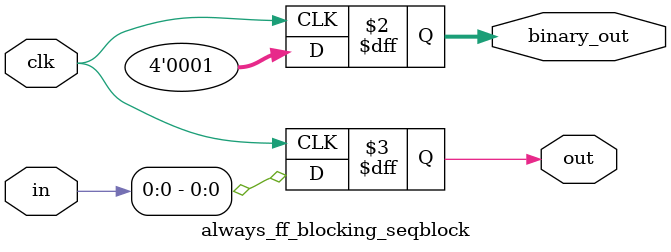
<source format=sv>
module always_ff_blocking_seqblock(
clk,
in,
out,
binary_out //  4 bit binary Output
);
output bit [3:0] binary_out  ;
output bit out;
input bit [3:0] in;
input bit clk;
      
always_ff @ (posedge clk) begin
   binary_out <= 4'd1; 
   out = in[0];
end

endmodule
</source>
